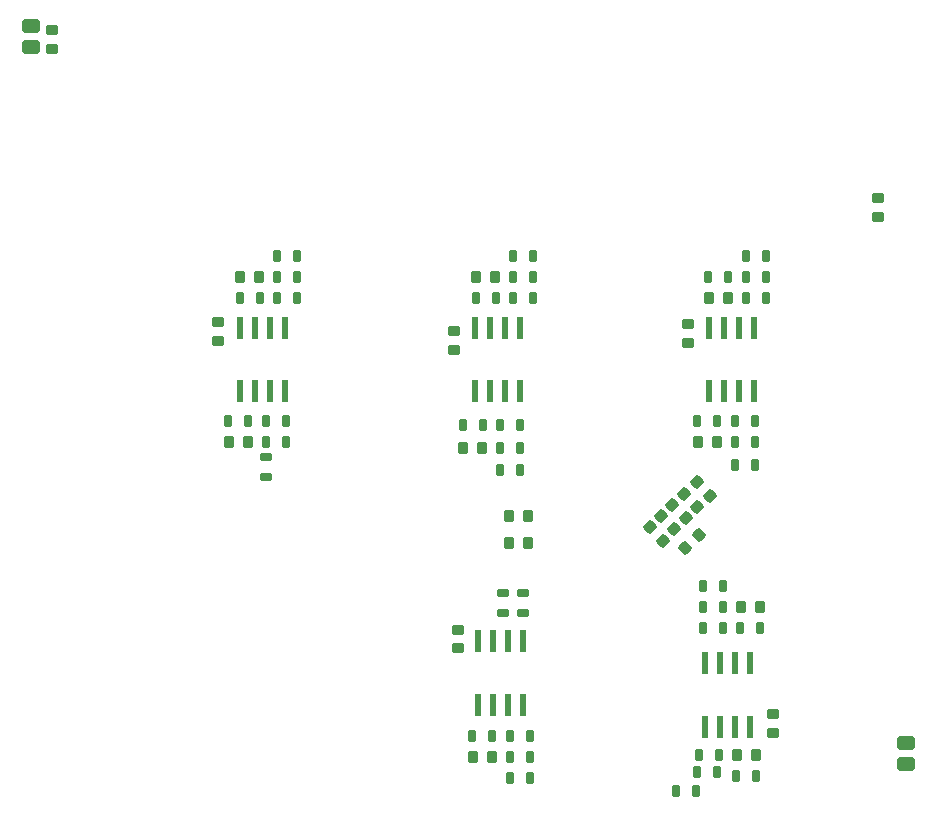
<source format=gbr>
G04 DipTrace 4.0.0.5*
G04 TopPaste.gbr*
%MOIN*%
G04 #@! TF.FileFunction,Paste,Top*
G04 #@! TF.Part,Single*
%AMOUTLINE2*
4,1,28,
0.009517,-0.019094,
-0.009517,-0.019094,
-0.011577,-0.018823,
-0.013377,-0.018078,
-0.014923,-0.016892,
-0.016109,-0.015346,
-0.016855,-0.013546,
-0.017126,-0.011485,
-0.017126,0.011485,
-0.016855,0.013546,
-0.016109,0.015346,
-0.014923,0.016892,
-0.013377,0.018078,
-0.011577,0.018823,
-0.009517,0.019094,
0.009517,0.019094,
0.011577,0.018823,
0.013377,0.018078,
0.014923,0.016892,
0.016109,0.015346,
0.016855,0.013546,
0.017126,0.011485,
0.017126,-0.011485,
0.016855,-0.013546,
0.016109,-0.015346,
0.014923,-0.016892,
0.013377,-0.018078,
0.011577,-0.018823,
0.009517,-0.019094,
0*%
%AMOUTLINE5*
4,1,28,
-0.009517,0.019094,
0.009517,0.019094,
0.011577,0.018823,
0.013377,0.018078,
0.014923,0.016892,
0.016109,0.015346,
0.016855,0.013546,
0.017126,0.011485,
0.017126,-0.011485,
0.016855,-0.013546,
0.016109,-0.015346,
0.014923,-0.016892,
0.013377,-0.018078,
0.011577,-0.018823,
0.009517,-0.019094,
-0.009517,-0.019094,
-0.011577,-0.018823,
-0.013377,-0.018078,
-0.014923,-0.016892,
-0.016109,-0.015346,
-0.016855,-0.013546,
-0.017126,-0.011485,
-0.017126,0.011485,
-0.016855,0.013546,
-0.016109,0.015346,
-0.014923,0.016892,
-0.013377,0.018078,
-0.011577,0.018823,
-0.009517,0.019094,
0*%
%AMOUTLINE8*
4,1,28,
0.028937,0.013848,
0.028937,-0.013847,
0.028653,-0.016009,
0.027868,-0.017904,
0.026619,-0.019531,
0.024992,-0.02078,
0.023097,-0.021565,
0.020935,-0.02185,
-0.020933,-0.021851,
-0.023096,-0.021566,
-0.024991,-0.020781,
-0.026618,-0.019533,
-0.027867,-0.017906,
-0.028652,-0.016011,
-0.028937,-0.013848,
-0.028937,0.013847,
-0.028653,0.016009,
-0.027868,0.017904,
-0.026619,0.019531,
-0.024992,0.02078,
-0.023097,0.021565,
-0.020935,0.02185,
0.020933,0.021851,
0.023096,0.021566,
0.024991,0.020781,
0.026618,0.019533,
0.027867,0.017906,
0.028652,0.016011,
0.028937,0.013848,
0*%
%AMOUTLINE11*
4,1,28,
-0.028937,-0.013848,
-0.028937,0.013847,
-0.028653,0.016009,
-0.027868,0.017904,
-0.026619,0.019531,
-0.024992,0.02078,
-0.023097,0.021565,
-0.020935,0.02185,
0.020933,0.021851,
0.023096,0.021566,
0.024991,0.020781,
0.026618,0.019533,
0.027867,0.017906,
0.028652,0.016011,
0.028937,0.013848,
0.028937,-0.013847,
0.028653,-0.016009,
0.027868,-0.017904,
0.026619,-0.019531,
0.024992,-0.02078,
0.023097,-0.021565,
0.020935,-0.02185,
-0.020933,-0.021851,
-0.023096,-0.021566,
-0.024991,-0.020781,
-0.026618,-0.019533,
-0.027867,-0.017906,
-0.028652,-0.016011,
-0.028937,-0.013848,
0*%
%AMOUTLINE14*
4,1,28,
-0.019094,-0.009517,
-0.019095,0.009516,
-0.018823,0.011577,
-0.018078,0.013377,
-0.016892,0.014923,
-0.015346,0.016109,
-0.013546,0.016854,
-0.011485,0.017126,
0.011485,0.017126,
0.013546,0.016855,
0.015346,0.016109,
0.016891,0.014923,
0.018077,0.013378,
0.018823,0.011578,
0.019094,0.009517,
0.019095,-0.009516,
0.018823,-0.011577,
0.018078,-0.013377,
0.016892,-0.014923,
0.015346,-0.016109,
0.013546,-0.016854,
0.011485,-0.017126,
-0.011485,-0.017126,
-0.013546,-0.016855,
-0.015346,-0.016109,
-0.016891,-0.014923,
-0.018077,-0.013378,
-0.018823,-0.011578,
-0.019094,-0.009517,
0*%
%AMOUTLINE17*
4,1,28,
0.019094,0.009517,
0.019095,-0.009516,
0.018823,-0.011577,
0.018078,-0.013377,
0.016892,-0.014923,
0.015346,-0.016109,
0.013546,-0.016854,
0.011485,-0.017126,
-0.011485,-0.017126,
-0.013546,-0.016855,
-0.015346,-0.016109,
-0.016891,-0.014923,
-0.018077,-0.013378,
-0.018823,-0.011578,
-0.019094,-0.009517,
-0.019095,0.009516,
-0.018823,0.011577,
-0.018078,0.013377,
-0.016892,0.014923,
-0.015346,0.016109,
-0.013546,0.016854,
-0.011485,0.017126,
0.011485,0.017126,
0.013546,0.016855,
0.015346,0.016109,
0.016891,0.014923,
0.018077,0.013378,
0.018823,0.011578,
0.019094,0.009517,
0*%
%AMOUTLINE35*
4,1,28,
0.020231,-0.006773,
0.006773,-0.020231,
0.005124,-0.021496,
0.003324,-0.022242,
0.001392,-0.022496,
-0.00054,-0.022242,
-0.00234,-0.021496,
-0.003989,-0.020231,
-0.020231,-0.003989,
-0.021496,-0.00234,
-0.022242,-0.00054,
-0.022496,0.001392,
-0.022242,0.003324,
-0.021496,0.005124,
-0.020231,0.006773,
-0.006773,0.020231,
-0.005124,0.021496,
-0.003324,0.022242,
-0.001392,0.022496,
0.00054,0.022242,
0.00234,0.021496,
0.003989,0.020231,
0.020231,0.003989,
0.021496,0.00234,
0.022242,0.00054,
0.022496,-0.001392,
0.022242,-0.003324,
0.021496,-0.005124,
0.020231,-0.006773,
0*%
%AMOUTLINE38*
4,1,28,
-0.020231,0.006773,
-0.006773,0.020231,
-0.005124,0.021496,
-0.003324,0.022242,
-0.001392,0.022496,
0.00054,0.022242,
0.00234,0.021496,
0.003989,0.020231,
0.020231,0.003989,
0.021496,0.00234,
0.022242,0.00054,
0.022496,-0.001392,
0.022242,-0.003324,
0.021496,-0.005124,
0.020231,-0.006773,
0.006773,-0.020231,
0.005124,-0.021496,
0.003324,-0.022242,
0.001392,-0.022496,
-0.00054,-0.022242,
-0.00234,-0.021496,
-0.003989,-0.020231,
-0.020231,-0.003989,
-0.021496,-0.00234,
-0.022242,-0.00054,
-0.022496,0.001392,
-0.022242,0.003324,
-0.021496,0.005124,
-0.020231,0.006773,
0*%
%AMOUTLINE41*
4,1,28,
-0.006772,-0.020231,
-0.020231,-0.006773,
-0.021496,-0.005124,
-0.022242,-0.003324,
-0.022496,-0.001392,
-0.022242,0.000539,
-0.021496,0.002339,
-0.020231,0.003988,
-0.003989,0.020231,
-0.00234,0.021496,
-0.00054,0.022242,
0.001391,0.022496,
0.003323,0.022242,
0.005123,0.021497,
0.006772,0.020231,
0.020231,0.006773,
0.021496,0.005124,
0.022242,0.003324,
0.022496,0.001392,
0.022242,-0.000539,
0.021496,-0.002339,
0.020231,-0.003988,
0.003989,-0.020231,
0.00234,-0.021496,
0.00054,-0.022242,
-0.001391,-0.022496,
-0.003323,-0.022242,
-0.005123,-0.021497,
-0.006772,-0.020231,
0*%
%AMOUTLINE44*
4,1,28,
0.006772,0.020231,
0.020231,0.006773,
0.021496,0.005124,
0.022242,0.003324,
0.022496,0.001392,
0.022242,-0.000539,
0.021496,-0.002339,
0.020231,-0.003988,
0.003989,-0.020231,
0.00234,-0.021496,
0.00054,-0.022242,
-0.001391,-0.022496,
-0.003323,-0.022242,
-0.005123,-0.021497,
-0.006772,-0.020231,
-0.020231,-0.006773,
-0.021496,-0.005124,
-0.022242,-0.003324,
-0.022496,-0.001392,
-0.022242,0.000539,
-0.021496,0.002339,
-0.020231,0.003988,
-0.003989,0.020231,
-0.00234,0.021496,
-0.00054,0.022242,
0.001391,0.022496,
0.003323,0.022242,
0.005123,0.021497,
0.006772,0.020231,
0*%
%AMOUTLINE92*
4,1,28,
0.019094,0.008336,
0.019094,-0.008336,
0.018863,-0.010091,
0.018236,-0.011606,
0.017237,-0.012907,
0.015936,-0.013905,
0.014421,-0.014533,
0.012666,-0.014764,
-0.012666,-0.014764,
-0.014421,-0.014533,
-0.015936,-0.013905,
-0.017237,-0.012907,
-0.018236,-0.011606,
-0.018863,-0.010091,
-0.019094,-0.008336,
-0.019094,0.008336,
-0.018863,0.010091,
-0.018236,0.011606,
-0.017237,0.012907,
-0.015936,0.013905,
-0.014421,0.014533,
-0.012666,0.014764,
0.012666,0.014764,
0.014421,0.014533,
0.015936,0.013905,
0.017237,0.012907,
0.018236,0.011606,
0.018863,0.010091,
0.019094,0.008336,
0*%
%AMOUTLINE95*
4,1,28,
-0.019094,-0.008336,
-0.019094,0.008336,
-0.018863,0.010091,
-0.018236,0.011606,
-0.017237,0.012907,
-0.015936,0.013905,
-0.014421,0.014533,
-0.012666,0.014764,
0.012666,0.014764,
0.014421,0.014533,
0.015936,0.013905,
0.017237,0.012907,
0.018236,0.011606,
0.018863,0.010091,
0.019094,0.008336,
0.019094,-0.008336,
0.018863,-0.010091,
0.018236,-0.011606,
0.017237,-0.012907,
0.015936,-0.013905,
0.014421,-0.014533,
0.012666,-0.014764,
-0.012666,-0.014764,
-0.014421,-0.014533,
-0.015936,-0.013905,
-0.017237,-0.012907,
-0.018236,-0.011606,
-0.018863,-0.010091,
-0.019094,-0.008336,
0*%
%AMOUTLINE104*
4,1,28,
-0.008336,0.019094,
0.008336,0.019094,
0.010091,0.018863,
0.011606,0.018236,
0.012907,0.017237,
0.013905,0.015936,
0.014533,0.014421,
0.014764,0.012666,
0.014764,-0.012666,
0.014533,-0.014421,
0.013905,-0.015936,
0.012907,-0.017237,
0.011606,-0.018236,
0.010091,-0.018863,
0.008336,-0.019094,
-0.008336,-0.019094,
-0.010091,-0.018863,
-0.011606,-0.018236,
-0.012907,-0.017237,
-0.013905,-0.015936,
-0.014533,-0.014421,
-0.014764,-0.012666,
-0.014764,0.012666,
-0.014533,0.014421,
-0.013905,0.015936,
-0.012907,0.017237,
-0.011606,0.018236,
-0.010091,0.018863,
-0.008336,0.019094,
0*%
%AMOUTLINE107*
4,1,28,
0.008336,-0.019094,
-0.008336,-0.019094,
-0.010091,-0.018863,
-0.011606,-0.018236,
-0.012907,-0.017237,
-0.013905,-0.015936,
-0.014533,-0.014421,
-0.014764,-0.012666,
-0.014764,0.012666,
-0.014533,0.014421,
-0.013905,0.015936,
-0.012907,0.017237,
-0.011606,0.018236,
-0.010091,0.018863,
-0.008336,0.019094,
0.008336,0.019094,
0.010091,0.018863,
0.011606,0.018236,
0.012907,0.017237,
0.013905,0.015936,
0.014533,0.014421,
0.014764,0.012666,
0.014764,-0.012666,
0.014533,-0.014421,
0.013905,-0.015936,
0.012907,-0.017237,
0.011606,-0.018236,
0.010091,-0.018863,
0.008336,-0.019094,
0*%
%ADD45R,0.019685X0.074803*%
%ADD70OUTLINE2*%
%ADD73OUTLINE5*%
%ADD76OUTLINE8*%
%ADD79OUTLINE11*%
%ADD82OUTLINE14*%
%ADD85OUTLINE17*%
%ADD103OUTLINE35*%
%ADD106OUTLINE38*%
%ADD109OUTLINE41*%
%ADD112OUTLINE44*%
%ADD160OUTLINE92*%
%ADD163OUTLINE95*%
%ADD172OUTLINE104*%
%ADD175OUTLINE107*%
%FSLAX26Y26*%
G04*
G70*
G90*
G75*
G01*
G04 TopPaste*
%LPD*%
D70*
X1956496Y2087500D3*
D73*
X1893504D3*
D70*
X1175245Y2106249D3*
D73*
X1112253D3*
D70*
X2775246Y2587500D3*
D73*
X2712254D3*
D76*
X3368748Y1104182D3*
D79*
X3368750Y1033316D3*
D70*
X2000245Y2656249D3*
D73*
X1937253D3*
D70*
X1212746D3*
D73*
X1149754D3*
X2818504Y1556249D3*
D70*
X2881496D3*
X2108904Y1771202D3*
D73*
X2045912Y1771201D3*
D79*
X452630Y3421617D3*
D76*
Y3492483D3*
D70*
X1987745Y1056249D3*
D73*
X1924753D3*
D70*
X2737745Y2106249D3*
D73*
X2674753D3*
X2806004Y1062498D3*
D70*
X2868996D3*
X2108904Y1859520D3*
D73*
X2045912Y1859519D3*
D85*
X1862500Y2475245D3*
D82*
Y2412253D3*
X1875000Y1418502D3*
D85*
Y1481494D3*
X1074998Y2506496D3*
D82*
Y2443504D3*
D112*
X2671478Y1972269D3*
D109*
X2716020Y1927727D3*
D112*
X2627729Y1934771D3*
D109*
X2672271Y1890229D3*
D112*
X2590229Y1897269D3*
D109*
X2634771Y1852727D3*
D112*
X2552729Y1859771D3*
D109*
X2597271Y1815229D3*
D112*
X2515229Y1822271D3*
D109*
X2559771Y1777729D3*
D106*
X2633978Y1752729D3*
D103*
X2678520Y1797271D3*
D85*
X2643750Y2500245D3*
D82*
Y2437253D3*
X2925000Y1137253D3*
D85*
Y1200245D3*
D175*
X2083267Y2162500D3*
D172*
X2016732Y2162499D3*
D175*
X1302017Y2175000D3*
D172*
X1235481D3*
D175*
X2902017Y2587500D3*
D172*
X2835481D3*
X2016732Y2012500D3*
D175*
X2083267D3*
X1958267Y2162500D3*
D172*
X1891732D3*
D163*
X1235559Y1988372D3*
D160*
X1235556Y2054908D3*
D175*
X1177017Y2175000D3*
D172*
X1110481D3*
D175*
X2902017Y2656249D3*
D172*
X2835481D3*
D175*
X2777018D3*
D172*
X2710483D3*
X2016732Y2087500D3*
D175*
X2083267D3*
X1302017Y2106250D3*
D172*
X1235481Y2106248D3*
D175*
X2902017Y2724998D3*
D172*
X2835481D3*
D175*
X2127017D3*
D172*
X2060481D3*
D175*
X1339517D3*
D172*
X1272981D3*
X2691732Y1625000D3*
D175*
X2758267D3*
X2127017Y2656249D3*
D172*
X2060481D3*
D175*
X2002017Y2587500D3*
D172*
X1935481D3*
D175*
X1339517Y2656249D3*
D172*
X1272981D3*
D175*
X1214518Y2587500D3*
D172*
X1147983D3*
X2691732Y1556249D3*
D175*
X2758267D3*
D172*
X2816732Y1487500D3*
D175*
X2883267D3*
X2127017Y2587500D3*
D172*
X2060481D3*
D175*
X1339517D3*
D172*
X1272981D3*
X2691732Y1487500D3*
D175*
X2758267D3*
X2114517Y1124998D3*
D172*
X2047981D3*
D175*
X2864518Y2106250D3*
D172*
X2797983Y2106248D3*
X2679232Y1062500D3*
D175*
X2745767D3*
X2114517Y1056249D3*
D172*
X2047981D3*
D175*
X1989517Y1124998D3*
D172*
X1922981D3*
X2797981Y2031247D3*
D175*
X2864517Y2031249D3*
X2739517Y2175000D3*
D172*
X2672981D3*
D175*
X2739517Y1006249D3*
D172*
X2672981D3*
X2804232Y993749D3*
D175*
X2870767D3*
D172*
X2047981Y987500D3*
D175*
X2114517D3*
X2864517Y2175000D3*
D172*
X2797981D3*
X2604232Y943748D3*
D175*
X2670767Y943750D3*
D163*
X2093749Y1535481D3*
D160*
Y1602017D3*
X2025000D3*
D163*
Y1535481D3*
D45*
X1931249Y2274950D3*
X1981249D3*
X2031249D3*
X2081249D3*
Y2487548D3*
X2031249D3*
X1981249D3*
X1931249D3*
X1149998Y2274950D3*
X1199998D3*
X1249998D3*
X1299998D3*
Y2487548D3*
X1249998D3*
X1199998D3*
X1149998D3*
X2850000Y1368798D3*
X2800000D3*
X2750000D3*
X2700000D3*
Y1156199D3*
X2750000D3*
X2800000D3*
X2850000D3*
X1943750Y1231199D3*
X1993750D3*
X2043750D3*
X2093750D3*
Y1443798D3*
X2043750D3*
X1993750D3*
X1943750D3*
X2712500Y2274950D3*
X2762500D3*
X2812500D3*
X2862500D3*
Y2487548D3*
X2812500D3*
X2762500D3*
X2712500D3*
D82*
X523540Y3416892D3*
D85*
Y3479884D3*
D82*
X3276871Y2857347D3*
D85*
Y2920340D3*
M02*

</source>
